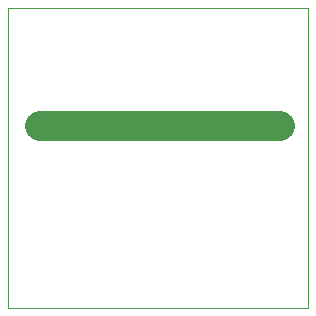
<source format=gbr>
G04 #@! TF.FileFunction,Profile,NP*
%FSLAX46Y46*%
G04 Gerber Fmt 4.6, Leading zero omitted, Abs format (unit mm)*
G04 Created by KiCad (PCBNEW (after 2015-may-25 BZR unknown)-product) date 6/17/2015 12:04:09 AM*
%MOMM*%
G01*
G04 APERTURE LIST*
%ADD10C,0.100000*%
%ADD11C,2.500000*%
G04 APERTURE END LIST*
D10*
D11*
X25527000Y-27813000D02*
X45847000Y-27813000D01*
D10*
X22860000Y-43180000D02*
X22860000Y-17780000D01*
X48260000Y-43180000D02*
X22860000Y-43180000D01*
X48260000Y-17780000D02*
X48260000Y-43180000D01*
X22860000Y-17780000D02*
X48260000Y-17780000D01*
M02*

</source>
